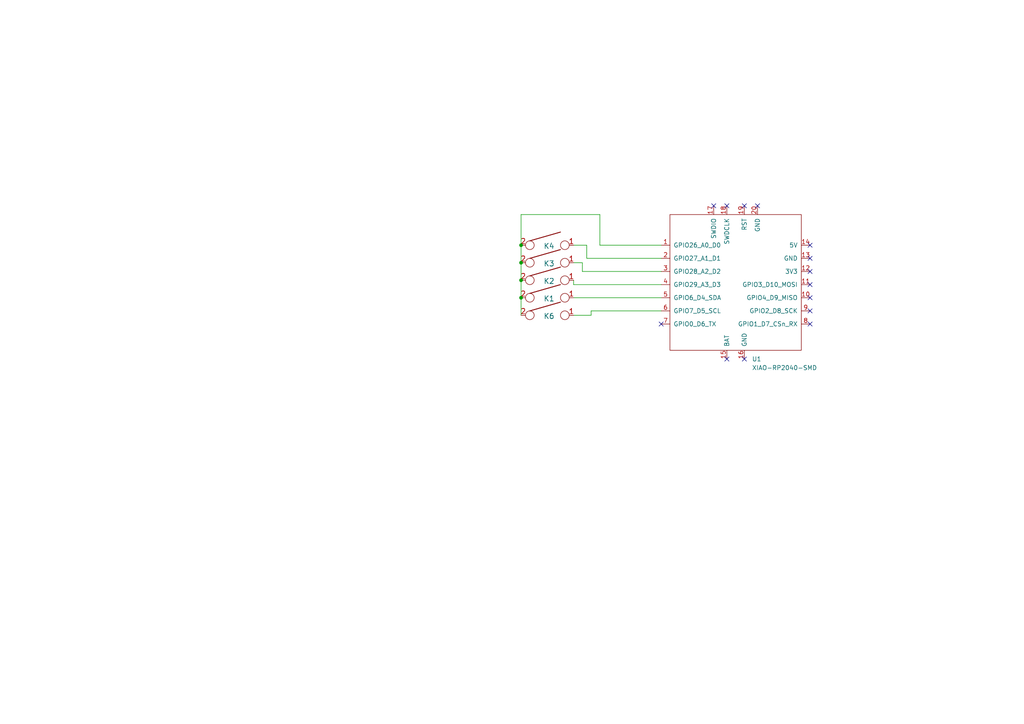
<source format=kicad_sch>
(kicad_sch (version 20231120) (generator "eeschema") (generator_version "8.0")
  (paper "A4")
  (lib_symbols
    (symbol "Seeed_Studio_XIAO_Series:XIAO-RP2040-SMD" (pin_names (offset 1.016))
      (property "Reference" "U" (at -18.542 23.114 0))
      (property "Value" "XIAO-RP2040-SMD" (at -8.382 21.336 0))
      (symbol "XIAO-RP2040-SMD_0_1"
        (rectangle (start 19.05 -19.05) (end -19.05 20.32))
      )
      (symbol "XIAO-RP2040-SMD_1_1"
        (pin passive line (at -21.59 11.43 0) (length 2.54) (name "GPIO26_A0_D0") (number "1"))
        (pin passive line (at 21.59 -3.81 180) (length 2.54) (name "GPIO4_D9_MISO") (number "10"))
        (pin passive line (at 21.59 0 180) (length 2.54) (name "GPIO3_D10_MOSI") (number "11"))
        (pin passive line (at 21.59 3.81 180) (length 2.54) (name "3V3") (number "12"))
        (pin passive line (at 21.59 7.62 180) (length 2.54) (name "GND") (number "13"))
        (pin passive line (at 21.59 11.43 180) (length 2.54) (name "5V") (number "14"))
        (pin passive line (at -2.54 -21.59 90) (length 2.54) (name "BAT") (number "15"))
        (pin passive line (at 2.54 -21.59 90) (length 2.54) (name "GND") (number "16"))
        (pin passive line (at -6.35 22.86 270) (length 2.54) (name "SWDIO") (number "17"))
        (pin passive line (at -2.54 22.86 270) (length 2.54) (name "SWDCLK") (number "18"))
        (pin passive line (at 2.54 22.86 270) (length 2.54) (name "RST") (number "19"))
        (pin passive line (at -21.59 7.62 0) (length 2.54) (name "GPIO27_A1_D1") (number "2"))
        (pin passive line (at 6.35 22.86 270) (length 2.54) (name "GND") (number "20"))
        (pin passive line (at -21.59 3.81 0) (length 2.54) (name "GPIO28_A2_D2") (number "3"))
        (pin passive line (at -21.59 0 0) (length 2.54) (name "GPIO29_A3_D3") (number "4"))
        (pin passive line (at -21.59 -3.81 0) (length 2.54) (name "GPIO6_D4_SDA") (number "5"))
        (pin passive line (at -21.59 -7.62 0) (length 2.54) (name "GPIO7_D5_SCL") (number "6"))
        (pin passive line (at -21.59 -11.43 0) (length 2.54) (name "GPIO0_D6_TX") (number "7"))
        (pin passive line (at 21.59 -11.43 180) (length 2.54) (name "GPIO1_D7_CSn_RX") (number "8"))
        (pin passive line (at 21.59 -7.62 180) (length 2.54) (name "GPIO2_D8_SCK") (number "9"))
      )
    )
    (symbol "keyboard_parts:KEYSW" (pin_names (offset 1.016))
      (property "Reference" "K?" (at -1.27 0 0))
      (symbol "KEYSW_0_1"
        (circle (center -5.08 0) (radius 1.27))
        (polyline (pts (xy -5.08 1.27) (xy 3.81 3.81)) (stroke (width 0.254)))
        (circle (center 5.08 0) (radius 1.27))
      )
      (symbol "KEYSW_1_1"
        (pin passive line (at 7.62 0 180) (length 1.27) (name "~") (number "1"))
        (pin passive line (at -7.62 0 0) (length 1.27) (name "~") (number "2"))
      )
    )
  )
  (junction (at 151.13 71.12))
  (junction (at 151.13 81.28))
  (junction (at 151.13 76.2))
  (junction (at 151.13 86.36))
  (no_connect (at 215.9 59.69))
  (no_connect (at 234.95 90.17))
  (no_connect (at 191.77 93.98))
  (no_connect (at 215.9 104.14))
  (no_connect (at 234.95 93.98))
  (no_connect (at 234.95 82.55))
  (no_connect (at 234.95 71.12))
  (no_connect (at 234.95 86.36))
  (no_connect (at 219.71 59.69))
  (no_connect (at 207.01 59.69))
  (no_connect (at 234.95 78.74))
  (no_connect (at 234.95 74.93))
  (no_connect (at 210.82 104.14))
  (no_connect (at 210.82 59.69))
  (wire (pts (xy 151.13 81.28) (xy 151.13 86.36)))
  (wire (pts (xy 166.37 76.2) (xy 168.91 76.2)))
  (wire (pts (xy 151.13 86.36) (xy 151.13 91.44)))
  (wire (pts (xy 166.37 86.36) (xy 191.77 86.36)))
  (wire (pts (xy 168.91 78.74) (xy 191.77 78.74)))
  (wire (pts (xy 151.13 62.23) (xy 151.13 71.12)))
  (wire (pts (xy 173.99 71.12) (xy 173.99 62.23)))
  (wire (pts (xy 166.37 71.12) (xy 170.18 71.12)))
  (wire (pts (xy 166.37 91.44) (xy 171.45 91.44)))
  (wire (pts (xy 173.99 62.23) (xy 151.13 62.23)))
  (wire (pts (xy 168.91 76.2) (xy 168.91 78.74)))
  (wire (pts (xy 166.37 82.55) (xy 191.77 82.55)))
  (wire (pts (xy 151.13 76.2) (xy 151.13 81.28)))
  (wire (pts (xy 170.18 74.93) (xy 191.77 74.93)))
  (wire (pts (xy 171.45 91.44) (xy 171.45 90.17)))
  (wire (pts (xy 173.99 71.12) (xy 191.77 71.12)))
  (wire (pts (xy 166.37 81.28) (xy 166.37 82.55)))
  (wire (pts (xy 151.13 71.12) (xy 151.13 76.2)))
  (wire (pts (xy 170.18 71.12) (xy 170.18 74.93)))
  (wire (pts (xy 171.45 90.17) (xy 191.77 90.17)))
  (symbol (lib_id "keyboard_parts:KEYSW") (at 158.75 71.12 0) (unit 1)
    (property "Reference" "K4" (at 159.258 71.374 0) (effects (font (size 1.524 1.524))))
    (property "Value" "KEYSW" (effects (hide yes)))
    (property "Footprint" "Button_Switch_Keyboard:SW_Cherry_MX_1.00u_Plate" (effects (hide yes)))
  )
  (symbol (lib_id "Seeed_Studio_XIAO_Series:XIAO-RP2040-SMD") (at 213.36 82.55 0) (unit 1)
    (property "Reference" "U1" (at 218.0941 104.14 0) (effects (justify left)))
    (property "Value" "XIAO-RP2040-SMD" (at 218.0941 106.68 0) (effects (justify left)))
    (property "Footprint" "Seeed:XIAO-RP2350-DIP" (effects (hide yes)))
  )
  (symbol (lib_id "keyboard_parts:KEYSW") (at 158.75 81.28 0) (unit 1)
    (property "Reference" "K2" (at 159.258 81.534 0) (effects (font (size 1.524 1.524))))
    (property "Value" "KEYSW" (effects (hide yes)))
    (property "Footprint" "Button_Switch_Keyboard:SW_Cherry_MX_1.00u_Plate" (effects (hide yes)))
  )
  (symbol (lib_id "keyboard_parts:KEYSW") (at 158.75 91.44 0) (unit 1)
    (property "Reference" "K6" (at 159.258 91.694 0) (effects (font (size 1.524 1.524))))
    (property "Value" "KEYSW" (effects (hide yes)))
    (property "Footprint" "Button_Switch_Keyboard:SW_Cherry_MX_1.00u_Plate" (effects (hide yes)))
  )
  (symbol (lib_id "keyboard_parts:KEYSW") (at 158.75 76.2 0) (unit 1)
    (property "Reference" "K3" (at 159.258 76.454 0) (effects (font (size 1.524 1.524))))
    (property "Value" "KEYSW" (effects (hide yes)))
    (property "Footprint" "Button_Switch_Keyboard:SW_Cherry_MX_1.00u_Plate" (effects (hide yes)))
  )
  (symbol (lib_id "keyboard_parts:KEYSW") (at 158.75 86.36 0) (unit 1)
    (property "Reference" "K1" (at 159.258 86.614 0) (effects (font (size 1.524 1.524))))
    (property "Value" "KEYSW" (effects (hide yes)))
    (property "Footprint" "Button_Switch_Keyboard:SW_Cherry_MX_1.00u_Plate" (effects (hide yes)))
  )
)
</source>
